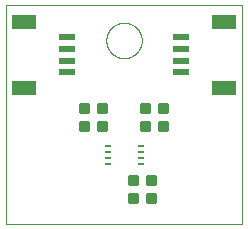
<source format=gtp>
G75*
%MOIN*%
%OFA0B0*%
%FSLAX25Y25*%
%IPPOS*%
%LPD*%
%AMOC8*
5,1,8,0,0,1.08239X$1,22.5*
%
%ADD10C,0.00000*%
%ADD11C,0.00875*%
%ADD12R,0.05315X0.02362*%
%ADD13R,0.07874X0.04724*%
%ADD14R,0.01969X0.00984*%
D10*
X0001750Y0001350D02*
X0001750Y0074185D01*
X0080490Y0074185D01*
X0080490Y0001350D01*
X0001750Y0001350D01*
X0035214Y0062374D02*
X0035216Y0062527D01*
X0035222Y0062681D01*
X0035232Y0062834D01*
X0035246Y0062986D01*
X0035264Y0063139D01*
X0035286Y0063290D01*
X0035311Y0063441D01*
X0035341Y0063592D01*
X0035375Y0063742D01*
X0035412Y0063890D01*
X0035453Y0064038D01*
X0035498Y0064184D01*
X0035547Y0064330D01*
X0035600Y0064474D01*
X0035656Y0064616D01*
X0035716Y0064757D01*
X0035780Y0064897D01*
X0035847Y0065035D01*
X0035918Y0065171D01*
X0035993Y0065305D01*
X0036070Y0065437D01*
X0036152Y0065567D01*
X0036236Y0065695D01*
X0036324Y0065821D01*
X0036415Y0065944D01*
X0036509Y0066065D01*
X0036607Y0066183D01*
X0036707Y0066299D01*
X0036811Y0066412D01*
X0036917Y0066523D01*
X0037026Y0066631D01*
X0037138Y0066736D01*
X0037252Y0066837D01*
X0037370Y0066936D01*
X0037489Y0067032D01*
X0037611Y0067125D01*
X0037736Y0067214D01*
X0037863Y0067301D01*
X0037992Y0067383D01*
X0038123Y0067463D01*
X0038256Y0067539D01*
X0038391Y0067612D01*
X0038528Y0067681D01*
X0038667Y0067746D01*
X0038807Y0067808D01*
X0038949Y0067866D01*
X0039092Y0067921D01*
X0039237Y0067972D01*
X0039383Y0068019D01*
X0039530Y0068062D01*
X0039678Y0068101D01*
X0039827Y0068137D01*
X0039977Y0068168D01*
X0040128Y0068196D01*
X0040279Y0068220D01*
X0040432Y0068240D01*
X0040584Y0068256D01*
X0040737Y0068268D01*
X0040890Y0068276D01*
X0041043Y0068280D01*
X0041197Y0068280D01*
X0041350Y0068276D01*
X0041503Y0068268D01*
X0041656Y0068256D01*
X0041808Y0068240D01*
X0041961Y0068220D01*
X0042112Y0068196D01*
X0042263Y0068168D01*
X0042413Y0068137D01*
X0042562Y0068101D01*
X0042710Y0068062D01*
X0042857Y0068019D01*
X0043003Y0067972D01*
X0043148Y0067921D01*
X0043291Y0067866D01*
X0043433Y0067808D01*
X0043573Y0067746D01*
X0043712Y0067681D01*
X0043849Y0067612D01*
X0043984Y0067539D01*
X0044117Y0067463D01*
X0044248Y0067383D01*
X0044377Y0067301D01*
X0044504Y0067214D01*
X0044629Y0067125D01*
X0044751Y0067032D01*
X0044870Y0066936D01*
X0044988Y0066837D01*
X0045102Y0066736D01*
X0045214Y0066631D01*
X0045323Y0066523D01*
X0045429Y0066412D01*
X0045533Y0066299D01*
X0045633Y0066183D01*
X0045731Y0066065D01*
X0045825Y0065944D01*
X0045916Y0065821D01*
X0046004Y0065695D01*
X0046088Y0065567D01*
X0046170Y0065437D01*
X0046247Y0065305D01*
X0046322Y0065171D01*
X0046393Y0065035D01*
X0046460Y0064897D01*
X0046524Y0064757D01*
X0046584Y0064616D01*
X0046640Y0064474D01*
X0046693Y0064330D01*
X0046742Y0064184D01*
X0046787Y0064038D01*
X0046828Y0063890D01*
X0046865Y0063742D01*
X0046899Y0063592D01*
X0046929Y0063441D01*
X0046954Y0063290D01*
X0046976Y0063139D01*
X0046994Y0062986D01*
X0047008Y0062834D01*
X0047018Y0062681D01*
X0047024Y0062527D01*
X0047026Y0062374D01*
X0047024Y0062221D01*
X0047018Y0062067D01*
X0047008Y0061914D01*
X0046994Y0061762D01*
X0046976Y0061609D01*
X0046954Y0061458D01*
X0046929Y0061307D01*
X0046899Y0061156D01*
X0046865Y0061006D01*
X0046828Y0060858D01*
X0046787Y0060710D01*
X0046742Y0060564D01*
X0046693Y0060418D01*
X0046640Y0060274D01*
X0046584Y0060132D01*
X0046524Y0059991D01*
X0046460Y0059851D01*
X0046393Y0059713D01*
X0046322Y0059577D01*
X0046247Y0059443D01*
X0046170Y0059311D01*
X0046088Y0059181D01*
X0046004Y0059053D01*
X0045916Y0058927D01*
X0045825Y0058804D01*
X0045731Y0058683D01*
X0045633Y0058565D01*
X0045533Y0058449D01*
X0045429Y0058336D01*
X0045323Y0058225D01*
X0045214Y0058117D01*
X0045102Y0058012D01*
X0044988Y0057911D01*
X0044870Y0057812D01*
X0044751Y0057716D01*
X0044629Y0057623D01*
X0044504Y0057534D01*
X0044377Y0057447D01*
X0044248Y0057365D01*
X0044117Y0057285D01*
X0043984Y0057209D01*
X0043849Y0057136D01*
X0043712Y0057067D01*
X0043573Y0057002D01*
X0043433Y0056940D01*
X0043291Y0056882D01*
X0043148Y0056827D01*
X0043003Y0056776D01*
X0042857Y0056729D01*
X0042710Y0056686D01*
X0042562Y0056647D01*
X0042413Y0056611D01*
X0042263Y0056580D01*
X0042112Y0056552D01*
X0041961Y0056528D01*
X0041808Y0056508D01*
X0041656Y0056492D01*
X0041503Y0056480D01*
X0041350Y0056472D01*
X0041197Y0056468D01*
X0041043Y0056468D01*
X0040890Y0056472D01*
X0040737Y0056480D01*
X0040584Y0056492D01*
X0040432Y0056508D01*
X0040279Y0056528D01*
X0040128Y0056552D01*
X0039977Y0056580D01*
X0039827Y0056611D01*
X0039678Y0056647D01*
X0039530Y0056686D01*
X0039383Y0056729D01*
X0039237Y0056776D01*
X0039092Y0056827D01*
X0038949Y0056882D01*
X0038807Y0056940D01*
X0038667Y0057002D01*
X0038528Y0057067D01*
X0038391Y0057136D01*
X0038256Y0057209D01*
X0038123Y0057285D01*
X0037992Y0057365D01*
X0037863Y0057447D01*
X0037736Y0057534D01*
X0037611Y0057623D01*
X0037489Y0057716D01*
X0037370Y0057812D01*
X0037252Y0057911D01*
X0037138Y0058012D01*
X0037026Y0058117D01*
X0036917Y0058225D01*
X0036811Y0058336D01*
X0036707Y0058449D01*
X0036607Y0058565D01*
X0036509Y0058683D01*
X0036415Y0058804D01*
X0036324Y0058927D01*
X0036236Y0059053D01*
X0036152Y0059181D01*
X0036070Y0059311D01*
X0035993Y0059443D01*
X0035918Y0059577D01*
X0035847Y0059713D01*
X0035780Y0059851D01*
X0035716Y0059991D01*
X0035656Y0060132D01*
X0035600Y0060274D01*
X0035547Y0060418D01*
X0035498Y0060564D01*
X0035453Y0060710D01*
X0035412Y0060858D01*
X0035375Y0061006D01*
X0035341Y0061156D01*
X0035311Y0061307D01*
X0035286Y0061458D01*
X0035264Y0061609D01*
X0035246Y0061762D01*
X0035232Y0061914D01*
X0035222Y0062067D01*
X0035216Y0062221D01*
X0035214Y0062374D01*
D11*
X0035063Y0041163D02*
X0035063Y0038537D01*
X0032437Y0038537D01*
X0032437Y0041163D01*
X0035063Y0041163D01*
X0035063Y0039368D02*
X0032437Y0039368D01*
X0032437Y0040199D02*
X0035063Y0040199D01*
X0035063Y0041030D02*
X0032437Y0041030D01*
X0029063Y0041163D02*
X0029063Y0038537D01*
X0026437Y0038537D01*
X0026437Y0041163D01*
X0029063Y0041163D01*
X0029063Y0039368D02*
X0026437Y0039368D01*
X0026437Y0040199D02*
X0029063Y0040199D01*
X0029063Y0041030D02*
X0026437Y0041030D01*
X0029063Y0035163D02*
X0029063Y0032537D01*
X0026437Y0032537D01*
X0026437Y0035163D01*
X0029063Y0035163D01*
X0029063Y0033368D02*
X0026437Y0033368D01*
X0026437Y0034199D02*
X0029063Y0034199D01*
X0029063Y0035030D02*
X0026437Y0035030D01*
X0035063Y0035163D02*
X0035063Y0032537D01*
X0032437Y0032537D01*
X0032437Y0035163D01*
X0035063Y0035163D01*
X0035063Y0033368D02*
X0032437Y0033368D01*
X0032437Y0034199D02*
X0035063Y0034199D01*
X0035063Y0035030D02*
X0032437Y0035030D01*
X0046937Y0035163D02*
X0046937Y0032537D01*
X0046937Y0035163D02*
X0049563Y0035163D01*
X0049563Y0032537D01*
X0046937Y0032537D01*
X0046937Y0033368D02*
X0049563Y0033368D01*
X0049563Y0034199D02*
X0046937Y0034199D01*
X0046937Y0035030D02*
X0049563Y0035030D01*
X0055563Y0035163D02*
X0055563Y0032537D01*
X0052937Y0032537D01*
X0052937Y0035163D01*
X0055563Y0035163D01*
X0055563Y0033368D02*
X0052937Y0033368D01*
X0052937Y0034199D02*
X0055563Y0034199D01*
X0055563Y0035030D02*
X0052937Y0035030D01*
X0055563Y0038537D02*
X0055563Y0041163D01*
X0055563Y0038537D02*
X0052937Y0038537D01*
X0052937Y0041163D01*
X0055563Y0041163D01*
X0055563Y0039368D02*
X0052937Y0039368D01*
X0052937Y0040199D02*
X0055563Y0040199D01*
X0055563Y0041030D02*
X0052937Y0041030D01*
X0046937Y0041163D02*
X0046937Y0038537D01*
X0046937Y0041163D02*
X0049563Y0041163D01*
X0049563Y0038537D01*
X0046937Y0038537D01*
X0046937Y0039368D02*
X0049563Y0039368D01*
X0049563Y0040199D02*
X0046937Y0040199D01*
X0046937Y0041030D02*
X0049563Y0041030D01*
X0048937Y0017163D02*
X0048937Y0014537D01*
X0048937Y0017163D02*
X0051563Y0017163D01*
X0051563Y0014537D01*
X0048937Y0014537D01*
X0048937Y0015368D02*
X0051563Y0015368D01*
X0051563Y0016199D02*
X0048937Y0016199D01*
X0048937Y0017030D02*
X0051563Y0017030D01*
X0042937Y0017163D02*
X0042937Y0014537D01*
X0042937Y0017163D02*
X0045563Y0017163D01*
X0045563Y0014537D01*
X0042937Y0014537D01*
X0042937Y0015368D02*
X0045563Y0015368D01*
X0045563Y0016199D02*
X0042937Y0016199D01*
X0042937Y0017030D02*
X0045563Y0017030D01*
X0042937Y0011163D02*
X0042937Y0008537D01*
X0042937Y0011163D02*
X0045563Y0011163D01*
X0045563Y0008537D01*
X0042937Y0008537D01*
X0042937Y0009368D02*
X0045563Y0009368D01*
X0045563Y0010199D02*
X0042937Y0010199D01*
X0042937Y0011030D02*
X0045563Y0011030D01*
X0048937Y0011163D02*
X0048937Y0008537D01*
X0048937Y0011163D02*
X0051563Y0011163D01*
X0051563Y0008537D01*
X0048937Y0008537D01*
X0048937Y0009368D02*
X0051563Y0009368D01*
X0051563Y0010199D02*
X0048937Y0010199D01*
X0048937Y0011030D02*
X0051563Y0011030D01*
D12*
X0060018Y0051744D03*
X0060018Y0055681D03*
X0060018Y0059618D03*
X0060018Y0063555D03*
X0022222Y0063555D03*
X0022222Y0059618D03*
X0022222Y0055681D03*
X0022222Y0051744D03*
D13*
X0007754Y0046626D03*
X0007754Y0068673D03*
X0074486Y0068673D03*
X0074486Y0046626D03*
D14*
X0046683Y0027224D03*
X0046683Y0025256D03*
X0046683Y0023287D03*
X0046683Y0021319D03*
X0035856Y0021319D03*
X0035856Y0023287D03*
X0035856Y0025256D03*
X0035856Y0027224D03*
M02*

</source>
